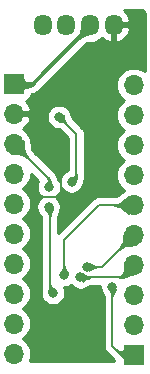
<source format=gbl>
G04 #@! TF.GenerationSoftware,KiCad,Pcbnew,(5.1.2)-1*
G04 #@! TF.CreationDate,2024-07-07T09:58:16+09:00*
G04 #@! TF.ProjectId,slg,736c672e-6b69-4636-9164-5f7063625858,v1.0*
G04 #@! TF.SameCoordinates,Original*
G04 #@! TF.FileFunction,Copper,L2,Bot*
G04 #@! TF.FilePolarity,Positive*
%FSLAX46Y46*%
G04 Gerber Fmt 4.6, Leading zero omitted, Abs format (unit mm)*
G04 Created by KiCad (PCBNEW (5.1.2)-1) date 2024-07-07 09:58:16*
%MOMM*%
%LPD*%
G04 APERTURE LIST*
%ADD10O,1.524000X1.800000*%
%ADD11O,1.700000X1.700000*%
%ADD12R,1.700000X1.700000*%
%ADD13C,0.800000*%
%ADD14C,0.200000*%
%ADD15C,0.350000*%
%ADD16C,0.254000*%
%ADD17C,0.025400*%
G04 APERTURE END LIST*
D10*
X150700000Y-74900000D03*
X148700000Y-74900000D03*
X146700000Y-74900000D03*
X144700000Y-74900000D03*
D11*
X142240000Y-102750000D03*
X142240000Y-100210000D03*
X142240000Y-97670000D03*
X142240000Y-95130000D03*
X142240000Y-92590000D03*
X142240000Y-90050000D03*
X142240000Y-87510000D03*
X142240000Y-84970000D03*
X142240000Y-82430000D03*
D12*
X142240000Y-79890000D03*
D11*
X152400000Y-80010000D03*
X152400000Y-82550000D03*
X152400000Y-85090000D03*
X152400000Y-87630000D03*
X152400000Y-90170000D03*
X152400000Y-92710000D03*
X152400000Y-95250000D03*
X152400000Y-97790000D03*
X152400000Y-100330000D03*
D12*
X152400000Y-102870000D03*
D13*
X149400000Y-101900000D03*
X149680000Y-84090000D03*
X145030000Y-99110000D03*
X145200000Y-90327800D03*
X145564980Y-97600000D03*
X146500000Y-96100000D03*
X148459970Y-95400000D03*
X147900000Y-96299994D03*
X150600000Y-97100000D03*
X145219990Y-88636965D03*
X147154034Y-88185966D03*
X146100000Y-82700000D03*
D14*
X142240000Y-82430000D02*
X143275200Y-82430000D01*
X147820000Y-101900000D02*
X149400000Y-101900000D01*
X146220000Y-85374800D02*
X146220000Y-89190000D01*
X143275200Y-82430000D02*
X146220000Y-85374800D01*
X145940000Y-89470000D02*
X144530000Y-89470000D01*
X146220000Y-89190000D02*
X145940000Y-89470000D01*
X144530000Y-89470000D02*
X144106150Y-89893850D01*
X144106150Y-89893850D02*
X144106150Y-98186150D01*
X150700000Y-76650000D02*
X150700000Y-74900000D01*
X143275200Y-82430000D02*
X144920000Y-82430000D01*
X144920000Y-82430000D02*
X150700000Y-76650000D01*
X144106150Y-98186150D02*
X145030000Y-99110000D01*
X145030000Y-99110000D02*
X147820000Y-101900000D01*
X145300000Y-97335020D02*
X145564980Y-97600000D01*
X145300000Y-90327800D02*
X145300000Y-97335020D01*
D15*
X143440000Y-79890000D02*
X142240000Y-79890000D01*
X143848000Y-79890000D02*
X143440000Y-79890000D01*
X148700000Y-75038000D02*
X143848000Y-79890000D01*
X148700000Y-74900000D02*
X148700000Y-75038000D01*
D14*
X146500000Y-96100000D02*
X146500000Y-93100000D01*
X149430000Y-90170000D02*
X152400000Y-90170000D01*
X146500000Y-93100000D02*
X149430000Y-90170000D01*
X149025655Y-95400000D02*
X148459970Y-95400000D01*
X149710000Y-95400000D02*
X149025655Y-95400000D01*
X152400000Y-92710000D02*
X149710000Y-95400000D01*
X148465685Y-96299994D02*
X147900000Y-96299994D01*
X152400000Y-95250000D02*
X151350006Y-96299994D01*
X151350006Y-96299994D02*
X148465685Y-96299994D01*
X151350000Y-102870000D02*
X152400000Y-102870000D01*
X150600000Y-102120000D02*
X151350000Y-102870000D01*
X150600000Y-97100000D02*
X150600000Y-102120000D01*
X142240000Y-84970000D02*
X145219990Y-87949990D01*
X145219990Y-87949990D02*
X145219990Y-88071280D01*
X145219990Y-88071280D02*
X145219990Y-88636965D01*
X147554033Y-87785967D02*
X147554033Y-84554033D01*
X147154034Y-88185966D02*
X147554033Y-87785967D01*
X147554033Y-84554033D02*
X147554033Y-84154033D01*
X147554033Y-84154033D02*
X146100000Y-82700000D01*
D16*
G36*
X144332616Y-88102063D02*
G01*
X144302785Y-88146709D01*
X144224764Y-88335067D01*
X144184990Y-88535026D01*
X144184990Y-88738904D01*
X144224764Y-88938863D01*
X144302785Y-89127221D01*
X144416053Y-89296739D01*
X144560216Y-89440902D01*
X144612301Y-89475704D01*
X144540226Y-89523863D01*
X144396063Y-89668026D01*
X144282795Y-89837544D01*
X144204774Y-90025902D01*
X144165000Y-90225861D01*
X144165000Y-90429739D01*
X144204774Y-90629698D01*
X144282795Y-90818056D01*
X144396063Y-90987574D01*
X144451049Y-91042560D01*
X144472542Y-91066475D01*
X144493681Y-91088878D01*
X144541086Y-91136738D01*
X144550464Y-91146012D01*
X144565000Y-91160090D01*
X144565001Y-96891692D01*
X144564122Y-96978780D01*
X144561926Y-97046646D01*
X144558776Y-97103366D01*
X144554844Y-97154891D01*
X144550074Y-97207920D01*
X144544991Y-97263037D01*
X144544424Y-97269546D01*
X144539661Y-97327731D01*
X144538749Y-97340437D01*
X144534827Y-97404007D01*
X144534051Y-97419762D01*
X144531440Y-97490719D01*
X144529980Y-97498061D01*
X144529980Y-97701939D01*
X144569754Y-97901898D01*
X144647775Y-98090256D01*
X144761043Y-98259774D01*
X144905206Y-98403937D01*
X145074724Y-98517205D01*
X145263082Y-98595226D01*
X145463041Y-98635000D01*
X145666919Y-98635000D01*
X145866878Y-98595226D01*
X146055236Y-98517205D01*
X146224754Y-98403937D01*
X146368917Y-98259774D01*
X146482185Y-98090256D01*
X146560206Y-97901898D01*
X146599980Y-97701939D01*
X146599980Y-97498061D01*
X146560206Y-97298102D01*
X146492646Y-97135000D01*
X146601939Y-97135000D01*
X146801898Y-97095226D01*
X146990256Y-97017205D01*
X147089937Y-96950600D01*
X147096063Y-96959768D01*
X147240226Y-97103931D01*
X147409744Y-97217199D01*
X147598102Y-97295220D01*
X147798061Y-97334994D01*
X148001939Y-97334994D01*
X148201898Y-97295220D01*
X148390256Y-97217199D01*
X148432834Y-97188749D01*
X148443762Y-97182971D01*
X148479739Y-97162418D01*
X148541170Y-97124614D01*
X148565080Y-97109150D01*
X148618709Y-97072735D01*
X148624631Y-97068665D01*
X148665385Y-97040313D01*
X148670901Y-97036734D01*
X148713082Y-97034994D01*
X149565000Y-97034994D01*
X149565000Y-97201939D01*
X149604774Y-97401898D01*
X149682795Y-97590256D01*
X149711751Y-97633592D01*
X149716991Y-97643470D01*
X149738502Y-97680893D01*
X149776060Y-97741375D01*
X149792528Y-97766544D01*
X149828843Y-97819277D01*
X149833706Y-97826238D01*
X149862231Y-97866496D01*
X149863517Y-97868435D01*
X149865000Y-97903448D01*
X149865001Y-102083885D01*
X149861444Y-102120000D01*
X149875635Y-102264085D01*
X149903677Y-102356524D01*
X149917664Y-102402633D01*
X149985914Y-102530320D01*
X150077763Y-102642238D01*
X150105808Y-102665254D01*
X150370160Y-102929607D01*
X150370163Y-102929610D01*
X150504856Y-103064599D01*
X150617466Y-103178012D01*
X150713577Y-103275305D01*
X150777195Y-103340000D01*
X143608461Y-103340000D01*
X143618599Y-103321034D01*
X143703513Y-103041111D01*
X143732185Y-102750000D01*
X143703513Y-102458889D01*
X143618599Y-102178966D01*
X143480706Y-101920986D01*
X143295134Y-101694866D01*
X143069014Y-101509294D01*
X143014209Y-101480000D01*
X143069014Y-101450706D01*
X143295134Y-101265134D01*
X143480706Y-101039014D01*
X143618599Y-100781034D01*
X143703513Y-100501111D01*
X143732185Y-100210000D01*
X143703513Y-99918889D01*
X143618599Y-99638966D01*
X143480706Y-99380986D01*
X143295134Y-99154866D01*
X143069014Y-98969294D01*
X143014209Y-98940000D01*
X143069014Y-98910706D01*
X143295134Y-98725134D01*
X143480706Y-98499014D01*
X143618599Y-98241034D01*
X143703513Y-97961111D01*
X143732185Y-97670000D01*
X143703513Y-97378889D01*
X143618599Y-97098966D01*
X143480706Y-96840986D01*
X143295134Y-96614866D01*
X143069014Y-96429294D01*
X143014209Y-96400000D01*
X143069014Y-96370706D01*
X143295134Y-96185134D01*
X143480706Y-95959014D01*
X143618599Y-95701034D01*
X143703513Y-95421111D01*
X143732185Y-95130000D01*
X143703513Y-94838889D01*
X143618599Y-94558966D01*
X143480706Y-94300986D01*
X143295134Y-94074866D01*
X143069014Y-93889294D01*
X143014209Y-93860000D01*
X143069014Y-93830706D01*
X143295134Y-93645134D01*
X143480706Y-93419014D01*
X143618599Y-93161034D01*
X143703513Y-92881111D01*
X143732185Y-92590000D01*
X143703513Y-92298889D01*
X143618599Y-92018966D01*
X143480706Y-91760986D01*
X143295134Y-91534866D01*
X143069014Y-91349294D01*
X143014209Y-91320000D01*
X143069014Y-91290706D01*
X143295134Y-91105134D01*
X143480706Y-90879014D01*
X143618599Y-90621034D01*
X143703513Y-90341111D01*
X143732185Y-90050000D01*
X143703513Y-89758889D01*
X143618599Y-89478966D01*
X143480706Y-89220986D01*
X143295134Y-88994866D01*
X143069014Y-88809294D01*
X143014209Y-88780000D01*
X143069014Y-88750706D01*
X143295134Y-88565134D01*
X143480706Y-88339014D01*
X143618599Y-88081034D01*
X143703513Y-87801111D01*
X143732185Y-87510000D01*
X143731271Y-87500717D01*
X144332616Y-88102063D01*
X144332616Y-88102063D01*
G37*
X144332616Y-88102063D02*
X144302785Y-88146709D01*
X144224764Y-88335067D01*
X144184990Y-88535026D01*
X144184990Y-88738904D01*
X144224764Y-88938863D01*
X144302785Y-89127221D01*
X144416053Y-89296739D01*
X144560216Y-89440902D01*
X144612301Y-89475704D01*
X144540226Y-89523863D01*
X144396063Y-89668026D01*
X144282795Y-89837544D01*
X144204774Y-90025902D01*
X144165000Y-90225861D01*
X144165000Y-90429739D01*
X144204774Y-90629698D01*
X144282795Y-90818056D01*
X144396063Y-90987574D01*
X144451049Y-91042560D01*
X144472542Y-91066475D01*
X144493681Y-91088878D01*
X144541086Y-91136738D01*
X144550464Y-91146012D01*
X144565000Y-91160090D01*
X144565001Y-96891692D01*
X144564122Y-96978780D01*
X144561926Y-97046646D01*
X144558776Y-97103366D01*
X144554844Y-97154891D01*
X144550074Y-97207920D01*
X144544991Y-97263037D01*
X144544424Y-97269546D01*
X144539661Y-97327731D01*
X144538749Y-97340437D01*
X144534827Y-97404007D01*
X144534051Y-97419762D01*
X144531440Y-97490719D01*
X144529980Y-97498061D01*
X144529980Y-97701939D01*
X144569754Y-97901898D01*
X144647775Y-98090256D01*
X144761043Y-98259774D01*
X144905206Y-98403937D01*
X145074724Y-98517205D01*
X145263082Y-98595226D01*
X145463041Y-98635000D01*
X145666919Y-98635000D01*
X145866878Y-98595226D01*
X146055236Y-98517205D01*
X146224754Y-98403937D01*
X146368917Y-98259774D01*
X146482185Y-98090256D01*
X146560206Y-97901898D01*
X146599980Y-97701939D01*
X146599980Y-97498061D01*
X146560206Y-97298102D01*
X146492646Y-97135000D01*
X146601939Y-97135000D01*
X146801898Y-97095226D01*
X146990256Y-97017205D01*
X147089937Y-96950600D01*
X147096063Y-96959768D01*
X147240226Y-97103931D01*
X147409744Y-97217199D01*
X147598102Y-97295220D01*
X147798061Y-97334994D01*
X148001939Y-97334994D01*
X148201898Y-97295220D01*
X148390256Y-97217199D01*
X148432834Y-97188749D01*
X148443762Y-97182971D01*
X148479739Y-97162418D01*
X148541170Y-97124614D01*
X148565080Y-97109150D01*
X148618709Y-97072735D01*
X148624631Y-97068665D01*
X148665385Y-97040313D01*
X148670901Y-97036734D01*
X148713082Y-97034994D01*
X149565000Y-97034994D01*
X149565000Y-97201939D01*
X149604774Y-97401898D01*
X149682795Y-97590256D01*
X149711751Y-97633592D01*
X149716991Y-97643470D01*
X149738502Y-97680893D01*
X149776060Y-97741375D01*
X149792528Y-97766544D01*
X149828843Y-97819277D01*
X149833706Y-97826238D01*
X149862231Y-97866496D01*
X149863517Y-97868435D01*
X149865000Y-97903448D01*
X149865001Y-102083885D01*
X149861444Y-102120000D01*
X149875635Y-102264085D01*
X149903677Y-102356524D01*
X149917664Y-102402633D01*
X149985914Y-102530320D01*
X150077763Y-102642238D01*
X150105808Y-102665254D01*
X150370160Y-102929607D01*
X150370163Y-102929610D01*
X150504856Y-103064599D01*
X150617466Y-103178012D01*
X150713577Y-103275305D01*
X150777195Y-103340000D01*
X143608461Y-103340000D01*
X143618599Y-103321034D01*
X143703513Y-103041111D01*
X143732185Y-102750000D01*
X143703513Y-102458889D01*
X143618599Y-102178966D01*
X143480706Y-101920986D01*
X143295134Y-101694866D01*
X143069014Y-101509294D01*
X143014209Y-101480000D01*
X143069014Y-101450706D01*
X143295134Y-101265134D01*
X143480706Y-101039014D01*
X143618599Y-100781034D01*
X143703513Y-100501111D01*
X143732185Y-100210000D01*
X143703513Y-99918889D01*
X143618599Y-99638966D01*
X143480706Y-99380986D01*
X143295134Y-99154866D01*
X143069014Y-98969294D01*
X143014209Y-98940000D01*
X143069014Y-98910706D01*
X143295134Y-98725134D01*
X143480706Y-98499014D01*
X143618599Y-98241034D01*
X143703513Y-97961111D01*
X143732185Y-97670000D01*
X143703513Y-97378889D01*
X143618599Y-97098966D01*
X143480706Y-96840986D01*
X143295134Y-96614866D01*
X143069014Y-96429294D01*
X143014209Y-96400000D01*
X143069014Y-96370706D01*
X143295134Y-96185134D01*
X143480706Y-95959014D01*
X143618599Y-95701034D01*
X143703513Y-95421111D01*
X143732185Y-95130000D01*
X143703513Y-94838889D01*
X143618599Y-94558966D01*
X143480706Y-94300986D01*
X143295134Y-94074866D01*
X143069014Y-93889294D01*
X143014209Y-93860000D01*
X143069014Y-93830706D01*
X143295134Y-93645134D01*
X143480706Y-93419014D01*
X143618599Y-93161034D01*
X143703513Y-92881111D01*
X143732185Y-92590000D01*
X143703513Y-92298889D01*
X143618599Y-92018966D01*
X143480706Y-91760986D01*
X143295134Y-91534866D01*
X143069014Y-91349294D01*
X143014209Y-91320000D01*
X143069014Y-91290706D01*
X143295134Y-91105134D01*
X143480706Y-90879014D01*
X143618599Y-90621034D01*
X143703513Y-90341111D01*
X143732185Y-90050000D01*
X143703513Y-89758889D01*
X143618599Y-89478966D01*
X143480706Y-89220986D01*
X143295134Y-88994866D01*
X143069014Y-88809294D01*
X143014209Y-88780000D01*
X143069014Y-88750706D01*
X143295134Y-88565134D01*
X143480706Y-88339014D01*
X143618599Y-88081034D01*
X143703513Y-87801111D01*
X143732185Y-87510000D01*
X143731271Y-87500717D01*
X144332616Y-88102063D01*
G36*
X153065424Y-73669580D02*
G01*
X153128356Y-73688580D01*
X153186405Y-73719445D01*
X153237343Y-73760989D01*
X153279248Y-73811644D01*
X153310515Y-73869471D01*
X153329956Y-73932272D01*
X153340000Y-74027835D01*
X153340000Y-78860378D01*
X153229014Y-78769294D01*
X152971034Y-78631401D01*
X152691111Y-78546487D01*
X152472950Y-78525000D01*
X152327050Y-78525000D01*
X152108889Y-78546487D01*
X151828966Y-78631401D01*
X151570986Y-78769294D01*
X151344866Y-78954866D01*
X151159294Y-79180986D01*
X151021401Y-79438966D01*
X150936487Y-79718889D01*
X150907815Y-80010000D01*
X150936487Y-80301111D01*
X151021401Y-80581034D01*
X151159294Y-80839014D01*
X151344866Y-81065134D01*
X151570986Y-81250706D01*
X151625791Y-81280000D01*
X151570986Y-81309294D01*
X151344866Y-81494866D01*
X151159294Y-81720986D01*
X151021401Y-81978966D01*
X150936487Y-82258889D01*
X150907815Y-82550000D01*
X150936487Y-82841111D01*
X151021401Y-83121034D01*
X151159294Y-83379014D01*
X151344866Y-83605134D01*
X151570986Y-83790706D01*
X151625791Y-83820000D01*
X151570986Y-83849294D01*
X151344866Y-84034866D01*
X151159294Y-84260986D01*
X151021401Y-84518966D01*
X150936487Y-84798889D01*
X150907815Y-85090000D01*
X150936487Y-85381111D01*
X151021401Y-85661034D01*
X151159294Y-85919014D01*
X151344866Y-86145134D01*
X151570986Y-86330706D01*
X151625791Y-86360000D01*
X151570986Y-86389294D01*
X151344866Y-86574866D01*
X151159294Y-86800986D01*
X151021401Y-87058966D01*
X150936487Y-87338889D01*
X150907815Y-87630000D01*
X150936487Y-87921111D01*
X151021401Y-88201034D01*
X151159294Y-88459014D01*
X151344866Y-88685134D01*
X151570986Y-88870706D01*
X151625791Y-88900000D01*
X151570986Y-88929294D01*
X151558540Y-88939508D01*
X151510149Y-88969283D01*
X151377716Y-89060084D01*
X151338485Y-89089265D01*
X151225805Y-89180020D01*
X151207336Y-89195481D01*
X151109959Y-89280196D01*
X151034586Y-89343760D01*
X150984987Y-89379581D01*
X150950066Y-89398553D01*
X150908406Y-89413335D01*
X150834225Y-89427303D01*
X150692745Y-89435000D01*
X149466105Y-89435000D01*
X149430000Y-89431444D01*
X149285915Y-89445635D01*
X149147366Y-89487663D01*
X149022941Y-89554170D01*
X149019680Y-89555913D01*
X148907762Y-89647762D01*
X148884746Y-89675807D01*
X146035000Y-92525554D01*
X146035000Y-91129320D01*
X146037273Y-91066748D01*
X146040662Y-91038792D01*
X146043573Y-91025466D01*
X146047320Y-91013686D01*
X146056767Y-90990183D01*
X146076469Y-90946246D01*
X146077173Y-90944669D01*
X146102718Y-90887284D01*
X146112663Y-90863674D01*
X146137782Y-90800503D01*
X146151851Y-90761448D01*
X146175380Y-90688767D01*
X146185273Y-90653725D01*
X146195226Y-90629698D01*
X146235000Y-90429739D01*
X146235000Y-90225861D01*
X146195226Y-90025902D01*
X146117205Y-89837544D01*
X146003937Y-89668026D01*
X145859774Y-89523863D01*
X145807689Y-89489061D01*
X145879764Y-89440902D01*
X146023927Y-89296739D01*
X146137195Y-89127221D01*
X146215216Y-88938863D01*
X146254990Y-88738904D01*
X146254990Y-88703402D01*
X146350097Y-88845740D01*
X146494260Y-88989903D01*
X146663778Y-89103171D01*
X146852136Y-89181192D01*
X147052095Y-89220966D01*
X147255973Y-89220966D01*
X147455932Y-89181192D01*
X147644290Y-89103171D01*
X147813808Y-88989903D01*
X147957971Y-88845740D01*
X148071239Y-88676222D01*
X148149260Y-88487864D01*
X148189034Y-88287905D01*
X148189034Y-88197514D01*
X148190490Y-88157629D01*
X148190965Y-88153547D01*
X148236370Y-88068600D01*
X148265649Y-87972081D01*
X148278398Y-87930053D01*
X148292589Y-87785968D01*
X148289033Y-87749863D01*
X148289033Y-84190129D01*
X148292588Y-84154032D01*
X148289033Y-84117935D01*
X148289033Y-84117929D01*
X148278398Y-84009948D01*
X148236370Y-83871400D01*
X148168120Y-83743713D01*
X148076271Y-83631795D01*
X148048226Y-83608779D01*
X147187850Y-82748404D01*
X147164136Y-82722591D01*
X147163676Y-82720324D01*
X147155378Y-82671676D01*
X147153895Y-82663318D01*
X147142286Y-82600352D01*
X147136133Y-82570906D01*
X147119923Y-82501581D01*
X147108675Y-82459917D01*
X147105395Y-82449226D01*
X147095226Y-82398102D01*
X147017205Y-82209744D01*
X146903937Y-82040226D01*
X146759774Y-81896063D01*
X146590256Y-81782795D01*
X146401898Y-81704774D01*
X146201939Y-81665000D01*
X145998061Y-81665000D01*
X145798102Y-81704774D01*
X145609744Y-81782795D01*
X145440226Y-81896063D01*
X145296063Y-82040226D01*
X145182795Y-82209744D01*
X145104774Y-82398102D01*
X145065000Y-82598061D01*
X145065000Y-82801939D01*
X145104774Y-83001898D01*
X145182795Y-83190256D01*
X145296063Y-83359774D01*
X145440226Y-83503937D01*
X145609744Y-83617205D01*
X145798102Y-83695226D01*
X145849226Y-83705395D01*
X145859917Y-83708675D01*
X145901581Y-83719923D01*
X145970906Y-83736133D01*
X146000352Y-83742286D01*
X146063318Y-83753895D01*
X146071676Y-83755378D01*
X146120324Y-83763676D01*
X146122591Y-83764136D01*
X146148404Y-83787850D01*
X146819033Y-84458480D01*
X146819033Y-84590137D01*
X146819034Y-84590147D01*
X146819033Y-87204452D01*
X146663778Y-87268761D01*
X146494260Y-87382029D01*
X146350097Y-87526192D01*
X146236829Y-87695710D01*
X146158808Y-87884068D01*
X146119034Y-88084027D01*
X146119034Y-88119529D01*
X146023927Y-87977191D01*
X145985059Y-87938323D01*
X145983870Y-87933576D01*
X145982000Y-87926294D01*
X145968123Y-87873536D01*
X145954543Y-87828700D01*
X145935837Y-87774265D01*
X145931730Y-87764285D01*
X145902327Y-87667357D01*
X145834077Y-87539670D01*
X145817504Y-87519477D01*
X145765243Y-87455796D01*
X145765240Y-87455793D01*
X145742227Y-87427752D01*
X145714187Y-87404740D01*
X143966931Y-85657484D01*
X143872339Y-85552009D01*
X143829753Y-85489664D01*
X143810755Y-85449771D01*
X143799475Y-85411652D01*
X143789733Y-85351256D01*
X143781373Y-85252900D01*
X143772427Y-85124252D01*
X143770301Y-85100261D01*
X143754798Y-84956410D01*
X143747691Y-84908034D01*
X143718253Y-84750185D01*
X143705092Y-84694920D01*
X143703513Y-84678889D01*
X143618599Y-84398966D01*
X143480706Y-84140986D01*
X143295134Y-83914866D01*
X143069014Y-83729294D01*
X143004477Y-83694799D01*
X143121355Y-83625178D01*
X143337588Y-83430269D01*
X143511641Y-83196920D01*
X143636825Y-82934099D01*
X143681476Y-82786890D01*
X143560155Y-82557000D01*
X142367000Y-82557000D01*
X142367000Y-82577000D01*
X142113000Y-82577000D01*
X142113000Y-82557000D01*
X142093000Y-82557000D01*
X142093000Y-82303000D01*
X142113000Y-82303000D01*
X142113000Y-82283000D01*
X142367000Y-82283000D01*
X142367000Y-82303000D01*
X143560155Y-82303000D01*
X143681476Y-82073110D01*
X143636825Y-81925901D01*
X143511641Y-81663080D01*
X143337588Y-81429731D01*
X143253534Y-81353966D01*
X143334180Y-81329502D01*
X143444494Y-81270537D01*
X143541185Y-81191185D01*
X143620537Y-81094494D01*
X143679502Y-80984180D01*
X143715812Y-80864482D01*
X143719095Y-80831144D01*
X143803723Y-80810099D01*
X143888005Y-80782771D01*
X144010654Y-80733303D01*
X144105013Y-80685767D01*
X144233348Y-80607092D01*
X144256792Y-80589945D01*
X144300189Y-80566749D01*
X144423528Y-80465528D01*
X144448900Y-80434612D01*
X148258097Y-76625415D01*
X148362369Y-76529308D01*
X148433552Y-76475416D01*
X148486952Y-76443678D01*
X148528761Y-76424893D01*
X148700000Y-76441759D01*
X148973860Y-76414786D01*
X149237195Y-76334904D01*
X149479887Y-76205183D01*
X149692608Y-76030608D01*
X149705961Y-76014337D01*
X149869670Y-76162135D01*
X150104932Y-76302524D01*
X150356930Y-76392220D01*
X150573000Y-76269720D01*
X150573000Y-75027000D01*
X150827000Y-75027000D01*
X150827000Y-76269720D01*
X151043070Y-76392220D01*
X151295068Y-76302524D01*
X151530330Y-76162135D01*
X151733683Y-75978546D01*
X151897312Y-75758812D01*
X152014929Y-75511378D01*
X152082014Y-75245752D01*
X151938749Y-75027000D01*
X150827000Y-75027000D01*
X150573000Y-75027000D01*
X150553000Y-75027000D01*
X150553000Y-74773000D01*
X150573000Y-74773000D01*
X150573000Y-74753000D01*
X150827000Y-74753000D01*
X150827000Y-74773000D01*
X151938749Y-74773000D01*
X152082014Y-74554248D01*
X152014929Y-74288622D01*
X151897312Y-74041188D01*
X151733683Y-73821454D01*
X151554848Y-73660000D01*
X152967721Y-73660000D01*
X153065424Y-73669580D01*
X153065424Y-73669580D01*
G37*
X153065424Y-73669580D02*
X153128356Y-73688580D01*
X153186405Y-73719445D01*
X153237343Y-73760989D01*
X153279248Y-73811644D01*
X153310515Y-73869471D01*
X153329956Y-73932272D01*
X153340000Y-74027835D01*
X153340000Y-78860378D01*
X153229014Y-78769294D01*
X152971034Y-78631401D01*
X152691111Y-78546487D01*
X152472950Y-78525000D01*
X152327050Y-78525000D01*
X152108889Y-78546487D01*
X151828966Y-78631401D01*
X151570986Y-78769294D01*
X151344866Y-78954866D01*
X151159294Y-79180986D01*
X151021401Y-79438966D01*
X150936487Y-79718889D01*
X150907815Y-80010000D01*
X150936487Y-80301111D01*
X151021401Y-80581034D01*
X151159294Y-80839014D01*
X151344866Y-81065134D01*
X151570986Y-81250706D01*
X151625791Y-81280000D01*
X151570986Y-81309294D01*
X151344866Y-81494866D01*
X151159294Y-81720986D01*
X151021401Y-81978966D01*
X150936487Y-82258889D01*
X150907815Y-82550000D01*
X150936487Y-82841111D01*
X151021401Y-83121034D01*
X151159294Y-83379014D01*
X151344866Y-83605134D01*
X151570986Y-83790706D01*
X151625791Y-83820000D01*
X151570986Y-83849294D01*
X151344866Y-84034866D01*
X151159294Y-84260986D01*
X151021401Y-84518966D01*
X150936487Y-84798889D01*
X150907815Y-85090000D01*
X150936487Y-85381111D01*
X151021401Y-85661034D01*
X151159294Y-85919014D01*
X151344866Y-86145134D01*
X151570986Y-86330706D01*
X151625791Y-86360000D01*
X151570986Y-86389294D01*
X151344866Y-86574866D01*
X151159294Y-86800986D01*
X151021401Y-87058966D01*
X150936487Y-87338889D01*
X150907815Y-87630000D01*
X150936487Y-87921111D01*
X151021401Y-88201034D01*
X151159294Y-88459014D01*
X151344866Y-88685134D01*
X151570986Y-88870706D01*
X151625791Y-88900000D01*
X151570986Y-88929294D01*
X151558540Y-88939508D01*
X151510149Y-88969283D01*
X151377716Y-89060084D01*
X151338485Y-89089265D01*
X151225805Y-89180020D01*
X151207336Y-89195481D01*
X151109959Y-89280196D01*
X151034586Y-89343760D01*
X150984987Y-89379581D01*
X150950066Y-89398553D01*
X150908406Y-89413335D01*
X150834225Y-89427303D01*
X150692745Y-89435000D01*
X149466105Y-89435000D01*
X149430000Y-89431444D01*
X149285915Y-89445635D01*
X149147366Y-89487663D01*
X149022941Y-89554170D01*
X149019680Y-89555913D01*
X148907762Y-89647762D01*
X148884746Y-89675807D01*
X146035000Y-92525554D01*
X146035000Y-91129320D01*
X146037273Y-91066748D01*
X146040662Y-91038792D01*
X146043573Y-91025466D01*
X146047320Y-91013686D01*
X146056767Y-90990183D01*
X146076469Y-90946246D01*
X146077173Y-90944669D01*
X146102718Y-90887284D01*
X146112663Y-90863674D01*
X146137782Y-90800503D01*
X146151851Y-90761448D01*
X146175380Y-90688767D01*
X146185273Y-90653725D01*
X146195226Y-90629698D01*
X146235000Y-90429739D01*
X146235000Y-90225861D01*
X146195226Y-90025902D01*
X146117205Y-89837544D01*
X146003937Y-89668026D01*
X145859774Y-89523863D01*
X145807689Y-89489061D01*
X145879764Y-89440902D01*
X146023927Y-89296739D01*
X146137195Y-89127221D01*
X146215216Y-88938863D01*
X146254990Y-88738904D01*
X146254990Y-88703402D01*
X146350097Y-88845740D01*
X146494260Y-88989903D01*
X146663778Y-89103171D01*
X146852136Y-89181192D01*
X147052095Y-89220966D01*
X147255973Y-89220966D01*
X147455932Y-89181192D01*
X147644290Y-89103171D01*
X147813808Y-88989903D01*
X147957971Y-88845740D01*
X148071239Y-88676222D01*
X148149260Y-88487864D01*
X148189034Y-88287905D01*
X148189034Y-88197514D01*
X148190490Y-88157629D01*
X148190965Y-88153547D01*
X148236370Y-88068600D01*
X148265649Y-87972081D01*
X148278398Y-87930053D01*
X148292589Y-87785968D01*
X148289033Y-87749863D01*
X148289033Y-84190129D01*
X148292588Y-84154032D01*
X148289033Y-84117935D01*
X148289033Y-84117929D01*
X148278398Y-84009948D01*
X148236370Y-83871400D01*
X148168120Y-83743713D01*
X148076271Y-83631795D01*
X148048226Y-83608779D01*
X147187850Y-82748404D01*
X147164136Y-82722591D01*
X147163676Y-82720324D01*
X147155378Y-82671676D01*
X147153895Y-82663318D01*
X147142286Y-82600352D01*
X147136133Y-82570906D01*
X147119923Y-82501581D01*
X147108675Y-82459917D01*
X147105395Y-82449226D01*
X147095226Y-82398102D01*
X147017205Y-82209744D01*
X146903937Y-82040226D01*
X146759774Y-81896063D01*
X146590256Y-81782795D01*
X146401898Y-81704774D01*
X146201939Y-81665000D01*
X145998061Y-81665000D01*
X145798102Y-81704774D01*
X145609744Y-81782795D01*
X145440226Y-81896063D01*
X145296063Y-82040226D01*
X145182795Y-82209744D01*
X145104774Y-82398102D01*
X145065000Y-82598061D01*
X145065000Y-82801939D01*
X145104774Y-83001898D01*
X145182795Y-83190256D01*
X145296063Y-83359774D01*
X145440226Y-83503937D01*
X145609744Y-83617205D01*
X145798102Y-83695226D01*
X145849226Y-83705395D01*
X145859917Y-83708675D01*
X145901581Y-83719923D01*
X145970906Y-83736133D01*
X146000352Y-83742286D01*
X146063318Y-83753895D01*
X146071676Y-83755378D01*
X146120324Y-83763676D01*
X146122591Y-83764136D01*
X146148404Y-83787850D01*
X146819033Y-84458480D01*
X146819033Y-84590137D01*
X146819034Y-84590147D01*
X146819033Y-87204452D01*
X146663778Y-87268761D01*
X146494260Y-87382029D01*
X146350097Y-87526192D01*
X146236829Y-87695710D01*
X146158808Y-87884068D01*
X146119034Y-88084027D01*
X146119034Y-88119529D01*
X146023927Y-87977191D01*
X145985059Y-87938323D01*
X145983870Y-87933576D01*
X145982000Y-87926294D01*
X145968123Y-87873536D01*
X145954543Y-87828700D01*
X145935837Y-87774265D01*
X145931730Y-87764285D01*
X145902327Y-87667357D01*
X145834077Y-87539670D01*
X145817504Y-87519477D01*
X145765243Y-87455796D01*
X145765240Y-87455793D01*
X145742227Y-87427752D01*
X145714187Y-87404740D01*
X143966931Y-85657484D01*
X143872339Y-85552009D01*
X143829753Y-85489664D01*
X143810755Y-85449771D01*
X143799475Y-85411652D01*
X143789733Y-85351256D01*
X143781373Y-85252900D01*
X143772427Y-85124252D01*
X143770301Y-85100261D01*
X143754798Y-84956410D01*
X143747691Y-84908034D01*
X143718253Y-84750185D01*
X143705092Y-84694920D01*
X143703513Y-84678889D01*
X143618599Y-84398966D01*
X143480706Y-84140986D01*
X143295134Y-83914866D01*
X143069014Y-83729294D01*
X143004477Y-83694799D01*
X143121355Y-83625178D01*
X143337588Y-83430269D01*
X143511641Y-83196920D01*
X143636825Y-82934099D01*
X143681476Y-82786890D01*
X143560155Y-82557000D01*
X142367000Y-82557000D01*
X142367000Y-82577000D01*
X142113000Y-82577000D01*
X142113000Y-82557000D01*
X142093000Y-82557000D01*
X142093000Y-82303000D01*
X142113000Y-82303000D01*
X142113000Y-82283000D01*
X142367000Y-82283000D01*
X142367000Y-82303000D01*
X143560155Y-82303000D01*
X143681476Y-82073110D01*
X143636825Y-81925901D01*
X143511641Y-81663080D01*
X143337588Y-81429731D01*
X143253534Y-81353966D01*
X143334180Y-81329502D01*
X143444494Y-81270537D01*
X143541185Y-81191185D01*
X143620537Y-81094494D01*
X143679502Y-80984180D01*
X143715812Y-80864482D01*
X143719095Y-80831144D01*
X143803723Y-80810099D01*
X143888005Y-80782771D01*
X144010654Y-80733303D01*
X144105013Y-80685767D01*
X144233348Y-80607092D01*
X144256792Y-80589945D01*
X144300189Y-80566749D01*
X144423528Y-80465528D01*
X144448900Y-80434612D01*
X148258097Y-76625415D01*
X148362369Y-76529308D01*
X148433552Y-76475416D01*
X148486952Y-76443678D01*
X148528761Y-76424893D01*
X148700000Y-76441759D01*
X148973860Y-76414786D01*
X149237195Y-76334904D01*
X149479887Y-76205183D01*
X149692608Y-76030608D01*
X149705961Y-76014337D01*
X149869670Y-76162135D01*
X150104932Y-76302524D01*
X150356930Y-76392220D01*
X150573000Y-76269720D01*
X150573000Y-75027000D01*
X150827000Y-75027000D01*
X150827000Y-76269720D01*
X151043070Y-76392220D01*
X151295068Y-76302524D01*
X151530330Y-76162135D01*
X151733683Y-75978546D01*
X151897312Y-75758812D01*
X152014929Y-75511378D01*
X152082014Y-75245752D01*
X151938749Y-75027000D01*
X150827000Y-75027000D01*
X150573000Y-75027000D01*
X150553000Y-75027000D01*
X150553000Y-74773000D01*
X150573000Y-74773000D01*
X150573000Y-74753000D01*
X150827000Y-74753000D01*
X150827000Y-74773000D01*
X151938749Y-74773000D01*
X152082014Y-74554248D01*
X152014929Y-74288622D01*
X151897312Y-74041188D01*
X151733683Y-73821454D01*
X151554848Y-73660000D01*
X152967721Y-73660000D01*
X153065424Y-73669580D01*
D17*
G36*
X145577517Y-90413237D02*
G01*
X145559019Y-90489730D01*
X145535761Y-90561575D01*
X145510892Y-90624117D01*
X145485467Y-90681233D01*
X145460659Y-90736557D01*
X145460463Y-90737016D01*
X145437557Y-90794002D01*
X145437239Y-90794889D01*
X145417398Y-90857263D01*
X145417093Y-90858403D01*
X145401479Y-90929888D01*
X145401278Y-90931070D01*
X145391057Y-91015391D01*
X145390973Y-91016458D01*
X145387753Y-91105100D01*
X145212121Y-91105100D01*
X145208767Y-91033297D01*
X145208615Y-91031843D01*
X145197243Y-90962204D01*
X145196826Y-90960449D01*
X145178577Y-90902292D01*
X145177836Y-90900448D01*
X145153286Y-90850981D01*
X145152339Y-90849380D01*
X145122066Y-90805815D01*
X145121192Y-90804696D01*
X145085771Y-90764242D01*
X145085212Y-90763643D01*
X145045220Y-90723511D01*
X145045059Y-90723353D01*
X145001166Y-90680842D01*
X144954076Y-90633300D01*
X144910138Y-90584411D01*
X145154876Y-90151816D01*
X145577517Y-90413237D01*
X145577517Y-90413237D01*
G37*
X145577517Y-90413237D02*
X145559019Y-90489730D01*
X145535761Y-90561575D01*
X145510892Y-90624117D01*
X145485467Y-90681233D01*
X145460659Y-90736557D01*
X145460463Y-90737016D01*
X145437557Y-90794002D01*
X145437239Y-90794889D01*
X145417398Y-90857263D01*
X145417093Y-90858403D01*
X145401479Y-90929888D01*
X145401278Y-90931070D01*
X145391057Y-91015391D01*
X145390973Y-91016458D01*
X145387753Y-91105100D01*
X145212121Y-91105100D01*
X145208767Y-91033297D01*
X145208615Y-91031843D01*
X145197243Y-90962204D01*
X145196826Y-90960449D01*
X145178577Y-90902292D01*
X145177836Y-90900448D01*
X145153286Y-90850981D01*
X145152339Y-90849380D01*
X145122066Y-90805815D01*
X145121192Y-90804696D01*
X145085771Y-90764242D01*
X145085212Y-90763643D01*
X145045220Y-90723511D01*
X145045059Y-90723353D01*
X145001166Y-90680842D01*
X144954076Y-90633300D01*
X144910138Y-90584411D01*
X145154876Y-90151816D01*
X145577517Y-90413237D01*
G36*
X145391333Y-96959794D02*
G01*
X145391605Y-96961731D01*
X145403281Y-97014765D01*
X145404021Y-97017061D01*
X145422843Y-97060731D01*
X145424145Y-97063049D01*
X145449589Y-97098940D01*
X145451245Y-97100842D01*
X145482787Y-97130537D01*
X145484381Y-97131813D01*
X145521499Y-97156897D01*
X145522724Y-97157628D01*
X145564895Y-97179684D01*
X145565653Y-97180049D01*
X145612354Y-97200661D01*
X145612672Y-97200796D01*
X145663323Y-97221525D01*
X145709244Y-97240572D01*
X145684275Y-97734396D01*
X145177792Y-97590439D01*
X145178657Y-97515760D01*
X145181306Y-97443754D01*
X145185211Y-97380459D01*
X145189965Y-97322390D01*
X145195136Y-97266322D01*
X145195139Y-97266294D01*
X145200321Y-97208684D01*
X145200335Y-97208512D01*
X145205098Y-97146092D01*
X145205115Y-97145830D01*
X145209037Y-97075201D01*
X145209050Y-97074908D01*
X145211712Y-96992672D01*
X145211718Y-96992389D01*
X145212572Y-96907720D01*
X145388071Y-96907720D01*
X145391333Y-96959794D01*
X145391333Y-96959794D01*
G37*
X145391333Y-96959794D02*
X145391605Y-96961731D01*
X145403281Y-97014765D01*
X145404021Y-97017061D01*
X145422843Y-97060731D01*
X145424145Y-97063049D01*
X145449589Y-97098940D01*
X145451245Y-97100842D01*
X145482787Y-97130537D01*
X145484381Y-97131813D01*
X145521499Y-97156897D01*
X145522724Y-97157628D01*
X145564895Y-97179684D01*
X145565653Y-97180049D01*
X145612354Y-97200661D01*
X145612672Y-97200796D01*
X145663323Y-97221525D01*
X145709244Y-97240572D01*
X145684275Y-97734396D01*
X145177792Y-97590439D01*
X145178657Y-97515760D01*
X145181306Y-97443754D01*
X145185211Y-97380459D01*
X145189965Y-97322390D01*
X145195136Y-97266322D01*
X145195139Y-97266294D01*
X145200321Y-97208684D01*
X145200335Y-97208512D01*
X145205098Y-97146092D01*
X145205115Y-97145830D01*
X145209037Y-97075201D01*
X145209050Y-97074908D01*
X145211712Y-96992672D01*
X145211718Y-96992389D01*
X145212572Y-96907720D01*
X145388071Y-96907720D01*
X145391333Y-96959794D01*
G36*
X142748914Y-79224706D02*
G01*
X142878052Y-79334719D01*
X142995775Y-79456048D01*
X143105351Y-79577897D01*
X143105540Y-79578103D01*
X143210227Y-79689492D01*
X143211132Y-79690364D01*
X143314253Y-79780338D01*
X143316480Y-79781895D01*
X143421530Y-79839689D01*
X143423819Y-79840670D01*
X143425960Y-79841149D01*
X143536432Y-79855996D01*
X143538920Y-79856084D01*
X143542055Y-79855485D01*
X143661443Y-79816620D01*
X143663724Y-79815621D01*
X143665348Y-79814538D01*
X143788290Y-79718142D01*
X144018162Y-79948014D01*
X143893945Y-80055438D01*
X143767397Y-80133018D01*
X143646560Y-80181755D01*
X143529655Y-80210826D01*
X143415099Y-80229228D01*
X143301685Y-80245974D01*
X143300886Y-80246118D01*
X143187872Y-80270269D01*
X143186252Y-80270730D01*
X143072371Y-80311429D01*
X143070338Y-80312365D01*
X142954279Y-80378765D01*
X142952378Y-80380097D01*
X142839697Y-80475535D01*
X141835897Y-79887523D01*
X142612237Y-79140955D01*
X142748914Y-79224706D01*
X142748914Y-79224706D01*
G37*
X142748914Y-79224706D02*
X142878052Y-79334719D01*
X142995775Y-79456048D01*
X143105351Y-79577897D01*
X143105540Y-79578103D01*
X143210227Y-79689492D01*
X143211132Y-79690364D01*
X143314253Y-79780338D01*
X143316480Y-79781895D01*
X143421530Y-79839689D01*
X143423819Y-79840670D01*
X143425960Y-79841149D01*
X143536432Y-79855996D01*
X143538920Y-79856084D01*
X143542055Y-79855485D01*
X143661443Y-79816620D01*
X143663724Y-79815621D01*
X143665348Y-79814538D01*
X143788290Y-79718142D01*
X144018162Y-79948014D01*
X143893945Y-80055438D01*
X143767397Y-80133018D01*
X143646560Y-80181755D01*
X143529655Y-80210826D01*
X143415099Y-80229228D01*
X143301685Y-80245974D01*
X143300886Y-80246118D01*
X143187872Y-80270269D01*
X143186252Y-80270730D01*
X143072371Y-80311429D01*
X143070338Y-80312365D01*
X142954279Y-80378765D01*
X142952378Y-80380097D01*
X142839697Y-80475535D01*
X141835897Y-79887523D01*
X142612237Y-79140955D01*
X142748914Y-79224706D01*
G36*
X149026351Y-75574163D02*
G01*
X148885740Y-75637534D01*
X148752391Y-75685747D01*
X148630571Y-75721588D01*
X148516768Y-75751356D01*
X148516618Y-75751397D01*
X148407538Y-75781361D01*
X148406829Y-75781578D01*
X148299206Y-75818023D01*
X148298074Y-75818468D01*
X148188451Y-75867722D01*
X148187167Y-75868389D01*
X148072090Y-75936786D01*
X148070913Y-75937578D01*
X147946925Y-76031449D01*
X147945984Y-76032236D01*
X147818598Y-76149648D01*
X147588310Y-75919360D01*
X147694146Y-75803364D01*
X147695044Y-75802261D01*
X147778232Y-75687587D01*
X147779149Y-75686123D01*
X147836764Y-75578489D01*
X147837519Y-75576789D01*
X147874816Y-75472955D01*
X147875280Y-75471335D01*
X147897512Y-75368059D01*
X147897710Y-75366865D01*
X147910130Y-75260906D01*
X147910185Y-75260317D01*
X147918047Y-75148434D01*
X147918046Y-75148434D01*
X147926586Y-75027646D01*
X147941027Y-74894795D01*
X147965108Y-74755145D01*
X148921589Y-74612888D01*
X149026351Y-75574163D01*
X149026351Y-75574163D01*
G37*
X149026351Y-75574163D02*
X148885740Y-75637534D01*
X148752391Y-75685747D01*
X148630571Y-75721588D01*
X148516768Y-75751356D01*
X148516618Y-75751397D01*
X148407538Y-75781361D01*
X148406829Y-75781578D01*
X148299206Y-75818023D01*
X148298074Y-75818468D01*
X148188451Y-75867722D01*
X148187167Y-75868389D01*
X148072090Y-75936786D01*
X148070913Y-75937578D01*
X147946925Y-76031449D01*
X147945984Y-76032236D01*
X147818598Y-76149648D01*
X147588310Y-75919360D01*
X147694146Y-75803364D01*
X147695044Y-75802261D01*
X147778232Y-75687587D01*
X147779149Y-75686123D01*
X147836764Y-75578489D01*
X147837519Y-75576789D01*
X147874816Y-75472955D01*
X147875280Y-75471335D01*
X147897512Y-75368059D01*
X147897710Y-75366865D01*
X147910130Y-75260906D01*
X147910185Y-75260317D01*
X147918047Y-75148434D01*
X147918046Y-75148434D01*
X147926586Y-75027646D01*
X147941027Y-74894795D01*
X147965108Y-74755145D01*
X148921589Y-74612888D01*
X149026351Y-75574163D01*
G36*
X146591182Y-95401935D02*
G01*
X146591303Y-95403227D01*
X146602353Y-95479147D01*
X146602668Y-95480658D01*
X146620049Y-95544418D01*
X146620577Y-95545959D01*
X146643440Y-95600876D01*
X146644069Y-95602172D01*
X146671567Y-95651566D01*
X146672078Y-95652407D01*
X146703363Y-95699596D01*
X146703586Y-95699920D01*
X146737712Y-95748082D01*
X146773858Y-95800569D01*
X146811032Y-95860433D01*
X146844471Y-95923471D01*
X146500000Y-96281678D01*
X146155529Y-95923471D01*
X146188967Y-95860433D01*
X146226141Y-95800569D01*
X146262287Y-95748082D01*
X146296413Y-95699920D01*
X146296636Y-95699596D01*
X146327921Y-95652407D01*
X146328432Y-95651566D01*
X146355930Y-95602172D01*
X146356559Y-95600876D01*
X146379422Y-95545959D01*
X146379950Y-95544418D01*
X146397331Y-95480658D01*
X146397646Y-95479147D01*
X146408696Y-95403227D01*
X146408817Y-95401936D01*
X146412174Y-95322700D01*
X146587826Y-95322700D01*
X146591182Y-95401935D01*
X146591182Y-95401935D01*
G37*
X146591182Y-95401935D02*
X146591303Y-95403227D01*
X146602353Y-95479147D01*
X146602668Y-95480658D01*
X146620049Y-95544418D01*
X146620577Y-95545959D01*
X146643440Y-95600876D01*
X146644069Y-95602172D01*
X146671567Y-95651566D01*
X146672078Y-95652407D01*
X146703363Y-95699596D01*
X146703586Y-95699920D01*
X146737712Y-95748082D01*
X146773858Y-95800569D01*
X146811032Y-95860433D01*
X146844471Y-95923471D01*
X146500000Y-96281678D01*
X146155529Y-95923471D01*
X146188967Y-95860433D01*
X146226141Y-95800569D01*
X146262287Y-95748082D01*
X146296413Y-95699920D01*
X146296636Y-95699596D01*
X146327921Y-95652407D01*
X146328432Y-95651566D01*
X146355930Y-95602172D01*
X146356559Y-95600876D01*
X146379422Y-95545959D01*
X146379950Y-95544418D01*
X146397331Y-95480658D01*
X146397646Y-95479147D01*
X146408696Y-95403227D01*
X146408817Y-95401936D01*
X146412174Y-95322700D01*
X146587826Y-95322700D01*
X146591182Y-95401935D01*
G36*
X152806678Y-90170000D02*
G01*
X152027422Y-90919373D01*
X151875894Y-90836164D01*
X151744385Y-90745996D01*
X151632285Y-90655708D01*
X151531451Y-90567986D01*
X151531303Y-90567860D01*
X151433898Y-90485715D01*
X151433146Y-90485127D01*
X151331265Y-90411549D01*
X151329892Y-90410686D01*
X151215456Y-90348514D01*
X151213640Y-90347704D01*
X151078574Y-90299779D01*
X151076677Y-90299267D01*
X150912905Y-90268429D01*
X150911245Y-90268229D01*
X150722700Y-90257972D01*
X150722700Y-90082028D01*
X150911245Y-90071770D01*
X150912905Y-90071570D01*
X151076677Y-90040732D01*
X151078574Y-90040220D01*
X151213640Y-89992295D01*
X151215456Y-89991485D01*
X151329892Y-89929313D01*
X151331265Y-89928450D01*
X151433146Y-89854872D01*
X151433898Y-89854284D01*
X151531303Y-89772139D01*
X151531451Y-89772013D01*
X151632285Y-89684291D01*
X151744385Y-89594003D01*
X151875894Y-89503836D01*
X152027422Y-89420627D01*
X152806678Y-90170000D01*
X152806678Y-90170000D01*
G37*
X152806678Y-90170000D02*
X152027422Y-90919373D01*
X151875894Y-90836164D01*
X151744385Y-90745996D01*
X151632285Y-90655708D01*
X151531451Y-90567986D01*
X151531303Y-90567860D01*
X151433898Y-90485715D01*
X151433146Y-90485127D01*
X151331265Y-90411549D01*
X151329892Y-90410686D01*
X151215456Y-90348514D01*
X151213640Y-90347704D01*
X151078574Y-90299779D01*
X151076677Y-90299267D01*
X150912905Y-90268429D01*
X150911245Y-90268229D01*
X150722700Y-90257972D01*
X150722700Y-90082028D01*
X150911245Y-90071770D01*
X150912905Y-90071570D01*
X151076677Y-90040732D01*
X151078574Y-90040220D01*
X151213640Y-89992295D01*
X151215456Y-89991485D01*
X151329892Y-89929313D01*
X151331265Y-89928450D01*
X151433146Y-89854872D01*
X151433898Y-89854284D01*
X151531303Y-89772139D01*
X151531451Y-89772013D01*
X151632285Y-89684291D01*
X151744385Y-89594003D01*
X151875894Y-89503836D01*
X152027422Y-89420627D01*
X152806678Y-90170000D01*
G36*
X148700599Y-95089408D02*
G01*
X148761435Y-95126846D01*
X148814784Y-95163071D01*
X148863884Y-95197229D01*
X148864224Y-95197458D01*
X148912286Y-95228643D01*
X148913133Y-95229146D01*
X148963431Y-95256493D01*
X148964719Y-95257103D01*
X149020599Y-95279793D01*
X149022116Y-95280300D01*
X149086924Y-95297519D01*
X149088402Y-95297819D01*
X149165484Y-95308749D01*
X149166743Y-95308864D01*
X149247270Y-95312187D01*
X149247270Y-95487813D01*
X149166744Y-95491135D01*
X149165484Y-95491250D01*
X149088402Y-95502180D01*
X149086924Y-95502480D01*
X149022116Y-95519699D01*
X149020599Y-95520206D01*
X148964719Y-95542896D01*
X148963431Y-95543506D01*
X148913133Y-95570853D01*
X148912286Y-95571356D01*
X148864224Y-95602541D01*
X148863884Y-95602770D01*
X148814784Y-95636928D01*
X148761435Y-95673153D01*
X148700605Y-95710587D01*
X148636508Y-95744480D01*
X148278292Y-95400000D01*
X148636508Y-95055520D01*
X148700599Y-95089408D01*
X148700599Y-95089408D01*
G37*
X148700599Y-95089408D02*
X148761435Y-95126846D01*
X148814784Y-95163071D01*
X148863884Y-95197229D01*
X148864224Y-95197458D01*
X148912286Y-95228643D01*
X148913133Y-95229146D01*
X148963431Y-95256493D01*
X148964719Y-95257103D01*
X149020599Y-95279793D01*
X149022116Y-95280300D01*
X149086924Y-95297519D01*
X149088402Y-95297819D01*
X149165484Y-95308749D01*
X149166743Y-95308864D01*
X149247270Y-95312187D01*
X149247270Y-95487813D01*
X149166744Y-95491135D01*
X149165484Y-95491250D01*
X149088402Y-95502180D01*
X149086924Y-95502480D01*
X149022116Y-95519699D01*
X149020599Y-95520206D01*
X148964719Y-95542896D01*
X148963431Y-95543506D01*
X148913133Y-95570853D01*
X148912286Y-95571356D01*
X148864224Y-95602541D01*
X148863884Y-95602770D01*
X148814784Y-95636928D01*
X148761435Y-95673153D01*
X148700605Y-95710587D01*
X148636508Y-95744480D01*
X148278292Y-95400000D01*
X148636508Y-95055520D01*
X148700599Y-95089408D01*
G36*
X152666434Y-93503340D02*
G01*
X152500453Y-93551646D01*
X152343700Y-93580879D01*
X152200562Y-93596306D01*
X152067262Y-93605575D01*
X152067067Y-93605590D01*
X151940107Y-93616381D01*
X151939161Y-93616497D01*
X151815092Y-93636510D01*
X151813510Y-93636870D01*
X151688629Y-93673826D01*
X151686773Y-93674538D01*
X151557380Y-93736156D01*
X151555677Y-93737135D01*
X151418066Y-93831133D01*
X151416750Y-93832165D01*
X151276176Y-93958235D01*
X151151765Y-93833824D01*
X151277834Y-93693249D01*
X151278866Y-93691933D01*
X151372864Y-93554322D01*
X151373843Y-93552619D01*
X151435461Y-93423226D01*
X151436173Y-93421370D01*
X151473129Y-93296489D01*
X151473489Y-93294907D01*
X151493502Y-93170838D01*
X151493618Y-93169892D01*
X151504409Y-93042932D01*
X151504424Y-93042737D01*
X151513693Y-92909437D01*
X151529120Y-92766299D01*
X151558353Y-92609546D01*
X151606660Y-92443566D01*
X152687564Y-92422436D01*
X152666434Y-93503340D01*
X152666434Y-93503340D01*
G37*
X152666434Y-93503340D02*
X152500453Y-93551646D01*
X152343700Y-93580879D01*
X152200562Y-93596306D01*
X152067262Y-93605575D01*
X152067067Y-93605590D01*
X151940107Y-93616381D01*
X151939161Y-93616497D01*
X151815092Y-93636510D01*
X151813510Y-93636870D01*
X151688629Y-93673826D01*
X151686773Y-93674538D01*
X151557380Y-93736156D01*
X151555677Y-93737135D01*
X151418066Y-93831133D01*
X151416750Y-93832165D01*
X151276176Y-93958235D01*
X151151765Y-93833824D01*
X151277834Y-93693249D01*
X151278866Y-93691933D01*
X151372864Y-93554322D01*
X151373843Y-93552619D01*
X151435461Y-93423226D01*
X151436173Y-93421370D01*
X151473129Y-93296489D01*
X151473489Y-93294907D01*
X151493502Y-93170838D01*
X151493618Y-93169892D01*
X151504409Y-93042932D01*
X151504424Y-93042737D01*
X151513693Y-92909437D01*
X151529120Y-92766299D01*
X151558353Y-92609546D01*
X151606660Y-92443566D01*
X152687564Y-92422436D01*
X152666434Y-93503340D01*
G36*
X148140629Y-95989402D02*
G01*
X148201465Y-96026840D01*
X148254814Y-96063065D01*
X148303914Y-96097223D01*
X148304254Y-96097452D01*
X148352316Y-96128637D01*
X148353163Y-96129140D01*
X148403461Y-96156487D01*
X148404749Y-96157097D01*
X148460629Y-96179787D01*
X148462146Y-96180294D01*
X148526954Y-96197513D01*
X148528432Y-96197813D01*
X148605514Y-96208743D01*
X148606773Y-96208858D01*
X148687300Y-96212181D01*
X148687300Y-96387807D01*
X148606774Y-96391129D01*
X148605514Y-96391244D01*
X148528432Y-96402174D01*
X148526954Y-96402474D01*
X148462146Y-96419693D01*
X148460629Y-96420200D01*
X148404749Y-96442890D01*
X148403461Y-96443500D01*
X148353163Y-96470847D01*
X148352316Y-96471350D01*
X148304254Y-96502535D01*
X148303914Y-96502764D01*
X148254814Y-96536922D01*
X148201465Y-96573147D01*
X148140635Y-96610581D01*
X148076538Y-96644474D01*
X147718322Y-96299994D01*
X148076538Y-95955514D01*
X148140629Y-95989402D01*
X148140629Y-95989402D01*
G37*
X148140629Y-95989402D02*
X148201465Y-96026840D01*
X148254814Y-96063065D01*
X148303914Y-96097223D01*
X148304254Y-96097452D01*
X148352316Y-96128637D01*
X148353163Y-96129140D01*
X148403461Y-96156487D01*
X148404749Y-96157097D01*
X148460629Y-96179787D01*
X148462146Y-96180294D01*
X148526954Y-96197513D01*
X148528432Y-96197813D01*
X148605514Y-96208743D01*
X148606773Y-96208858D01*
X148687300Y-96212181D01*
X148687300Y-96387807D01*
X148606774Y-96391129D01*
X148605514Y-96391244D01*
X148528432Y-96402174D01*
X148526954Y-96402474D01*
X148462146Y-96419693D01*
X148460629Y-96420200D01*
X148404749Y-96442890D01*
X148403461Y-96443500D01*
X148353163Y-96470847D01*
X148352316Y-96471350D01*
X148304254Y-96502535D01*
X148303914Y-96502764D01*
X148254814Y-96536922D01*
X148201465Y-96573147D01*
X148140635Y-96610581D01*
X148076538Y-96644474D01*
X147718322Y-96299994D01*
X148076538Y-95955514D01*
X148140629Y-95989402D01*
G36*
X152390057Y-96087811D02*
G01*
X152241389Y-96095717D01*
X152239910Y-96095883D01*
X152107347Y-96118683D01*
X152105912Y-96119016D01*
X151991825Y-96152615D01*
X151990716Y-96152998D01*
X151888211Y-96193797D01*
X151887659Y-96194033D01*
X151789937Y-96238389D01*
X151690256Y-96282633D01*
X151582047Y-96323086D01*
X151458162Y-96356348D01*
X151311482Y-96378940D01*
X151147622Y-96386680D01*
X151147622Y-96211295D01*
X151303705Y-96193043D01*
X151306138Y-96192513D01*
X151307766Y-96191859D01*
X151422273Y-96136399D01*
X151424396Y-96135099D01*
X151426531Y-96133054D01*
X151497947Y-96046548D01*
X151499336Y-96044482D01*
X151500186Y-96042524D01*
X151538219Y-95929822D01*
X151538814Y-95927114D01*
X151553174Y-95793067D01*
X151553246Y-95791747D01*
X151553642Y-95641205D01*
X151553638Y-95640870D01*
X151549785Y-95478892D01*
X151551374Y-95310682D01*
X151567990Y-95141234D01*
X151607061Y-94983559D01*
X152683991Y-94962506D01*
X152390057Y-96087811D01*
X152390057Y-96087811D01*
G37*
X152390057Y-96087811D02*
X152241389Y-96095717D01*
X152239910Y-96095883D01*
X152107347Y-96118683D01*
X152105912Y-96119016D01*
X151991825Y-96152615D01*
X151990716Y-96152998D01*
X151888211Y-96193797D01*
X151887659Y-96194033D01*
X151789937Y-96238389D01*
X151690256Y-96282633D01*
X151582047Y-96323086D01*
X151458162Y-96356348D01*
X151311482Y-96378940D01*
X151147622Y-96386680D01*
X151147622Y-96211295D01*
X151303705Y-96193043D01*
X151306138Y-96192513D01*
X151307766Y-96191859D01*
X151422273Y-96136399D01*
X151424396Y-96135099D01*
X151426531Y-96133054D01*
X151497947Y-96046548D01*
X151499336Y-96044482D01*
X151500186Y-96042524D01*
X151538219Y-95929822D01*
X151538814Y-95927114D01*
X151553174Y-95793067D01*
X151553246Y-95791747D01*
X151553642Y-95641205D01*
X151553638Y-95640870D01*
X151549785Y-95478892D01*
X151551374Y-95310682D01*
X151567990Y-95141234D01*
X151607061Y-94983559D01*
X152683991Y-94962506D01*
X152390057Y-96087811D01*
G36*
X152804103Y-102867523D02*
G01*
X151801015Y-103455118D01*
X151687773Y-103341595D01*
X151687774Y-103341594D01*
X151585768Y-103238779D01*
X151497015Y-103148833D01*
X151416520Y-103066888D01*
X151339309Y-102988100D01*
X151339307Y-102988098D01*
X151260412Y-102907625D01*
X151260398Y-102907611D01*
X151174860Y-102820625D01*
X151174840Y-102820605D01*
X151077694Y-102722265D01*
X151077671Y-102722242D01*
X150963949Y-102607709D01*
X150963927Y-102607687D01*
X150837620Y-102481102D01*
X150961885Y-102356837D01*
X151065087Y-102442554D01*
X151067654Y-102444208D01*
X151173267Y-102495490D01*
X151175602Y-102496353D01*
X151176900Y-102496621D01*
X151278016Y-102512040D01*
X151280502Y-102512172D01*
X151281774Y-102512050D01*
X151380387Y-102497582D01*
X151383170Y-102496844D01*
X151481277Y-102458459D01*
X151482902Y-102457687D01*
X151582501Y-102401358D01*
X151583263Y-102400890D01*
X151686350Y-102332590D01*
X151686508Y-102332484D01*
X151794917Y-102258296D01*
X151910431Y-102184317D01*
X152027398Y-102120604D01*
X152804103Y-102867523D01*
X152804103Y-102867523D01*
G37*
X152804103Y-102867523D02*
X151801015Y-103455118D01*
X151687773Y-103341595D01*
X151687774Y-103341594D01*
X151585768Y-103238779D01*
X151497015Y-103148833D01*
X151416520Y-103066888D01*
X151339309Y-102988100D01*
X151339307Y-102988098D01*
X151260412Y-102907625D01*
X151260398Y-102907611D01*
X151174860Y-102820625D01*
X151174840Y-102820605D01*
X151077694Y-102722265D01*
X151077671Y-102722242D01*
X150963949Y-102607709D01*
X150963927Y-102607687D01*
X150837620Y-102481102D01*
X150961885Y-102356837D01*
X151065087Y-102442554D01*
X151067654Y-102444208D01*
X151173267Y-102495490D01*
X151175602Y-102496353D01*
X151176900Y-102496621D01*
X151278016Y-102512040D01*
X151280502Y-102512172D01*
X151281774Y-102512050D01*
X151380387Y-102497582D01*
X151383170Y-102496844D01*
X151481277Y-102458459D01*
X151482902Y-102457687D01*
X151582501Y-102401358D01*
X151583263Y-102400890D01*
X151686350Y-102332590D01*
X151686508Y-102332484D01*
X151794917Y-102258296D01*
X151910431Y-102184317D01*
X152027398Y-102120604D01*
X152804103Y-102867523D01*
G36*
X150944471Y-97276529D02*
G01*
X150911032Y-97339566D01*
X150873858Y-97399430D01*
X150837729Y-97451892D01*
X150803586Y-97500079D01*
X150803363Y-97500403D01*
X150772078Y-97547592D01*
X150771567Y-97548433D01*
X150744069Y-97597827D01*
X150743440Y-97599123D01*
X150720577Y-97654040D01*
X150720049Y-97655581D01*
X150702668Y-97719341D01*
X150702353Y-97720852D01*
X150691303Y-97796772D01*
X150691182Y-97798064D01*
X150687826Y-97877300D01*
X150512174Y-97877300D01*
X150508817Y-97798063D01*
X150508696Y-97796772D01*
X150497646Y-97720852D01*
X150497331Y-97719341D01*
X150479950Y-97655581D01*
X150479422Y-97654040D01*
X150456559Y-97599123D01*
X150455930Y-97597827D01*
X150428432Y-97548433D01*
X150427921Y-97547592D01*
X150396636Y-97500403D01*
X150396413Y-97500079D01*
X150362270Y-97451892D01*
X150326141Y-97399430D01*
X150288967Y-97339566D01*
X150255529Y-97276529D01*
X150600000Y-96918322D01*
X150944471Y-97276529D01*
X150944471Y-97276529D01*
G37*
X150944471Y-97276529D02*
X150911032Y-97339566D01*
X150873858Y-97399430D01*
X150837729Y-97451892D01*
X150803586Y-97500079D01*
X150803363Y-97500403D01*
X150772078Y-97547592D01*
X150771567Y-97548433D01*
X150744069Y-97597827D01*
X150743440Y-97599123D01*
X150720577Y-97654040D01*
X150720049Y-97655581D01*
X150702668Y-97719341D01*
X150702353Y-97720852D01*
X150691303Y-97796772D01*
X150691182Y-97798064D01*
X150687826Y-97877300D01*
X150512174Y-97877300D01*
X150508817Y-97798063D01*
X150508696Y-97796772D01*
X150497646Y-97720852D01*
X150497331Y-97719341D01*
X150479950Y-97655581D01*
X150479422Y-97654040D01*
X150456559Y-97599123D01*
X150455930Y-97597827D01*
X150428432Y-97548433D01*
X150427921Y-97547592D01*
X150396636Y-97500403D01*
X150396413Y-97500079D01*
X150362270Y-97451892D01*
X150326141Y-97399430D01*
X150288967Y-97339566D01*
X150255529Y-97276529D01*
X150600000Y-96918322D01*
X150944471Y-97276529D01*
G36*
X143033340Y-84703566D02*
G01*
X143081646Y-84869546D01*
X143110879Y-85026299D01*
X143126306Y-85169437D01*
X143135575Y-85302737D01*
X143135590Y-85302932D01*
X143146381Y-85429892D01*
X143146497Y-85430838D01*
X143166510Y-85554907D01*
X143166870Y-85556489D01*
X143203826Y-85681370D01*
X143204538Y-85683226D01*
X143266156Y-85812619D01*
X143267135Y-85814322D01*
X143361133Y-85951933D01*
X143362165Y-85953249D01*
X143488235Y-86093824D01*
X143363824Y-86218235D01*
X143223249Y-86092165D01*
X143221933Y-86091133D01*
X143084322Y-85997135D01*
X143082619Y-85996156D01*
X142953226Y-85934538D01*
X142951370Y-85933826D01*
X142826489Y-85896870D01*
X142824907Y-85896510D01*
X142700838Y-85876497D01*
X142699892Y-85876381D01*
X142572932Y-85865590D01*
X142572737Y-85865575D01*
X142439437Y-85856306D01*
X142296299Y-85840879D01*
X142139546Y-85811646D01*
X141973566Y-85763340D01*
X141952436Y-84682436D01*
X143033340Y-84703566D01*
X143033340Y-84703566D01*
G37*
X143033340Y-84703566D02*
X143081646Y-84869546D01*
X143110879Y-85026299D01*
X143126306Y-85169437D01*
X143135575Y-85302737D01*
X143135590Y-85302932D01*
X143146381Y-85429892D01*
X143146497Y-85430838D01*
X143166510Y-85554907D01*
X143166870Y-85556489D01*
X143203826Y-85681370D01*
X143204538Y-85683226D01*
X143266156Y-85812619D01*
X143267135Y-85814322D01*
X143361133Y-85951933D01*
X143362165Y-85953249D01*
X143488235Y-86093824D01*
X143363824Y-86218235D01*
X143223249Y-86092165D01*
X143221933Y-86091133D01*
X143084322Y-85997135D01*
X143082619Y-85996156D01*
X142953226Y-85934538D01*
X142951370Y-85933826D01*
X142826489Y-85896870D01*
X142824907Y-85896510D01*
X142700838Y-85876497D01*
X142699892Y-85876381D01*
X142572932Y-85865590D01*
X142572737Y-85865575D01*
X142439437Y-85856306D01*
X142296299Y-85840879D01*
X142139546Y-85811646D01*
X141973566Y-85763340D01*
X141952436Y-84682436D01*
X143033340Y-84703566D01*
G36*
X145257552Y-87871340D02*
G01*
X145296777Y-87930049D01*
X145323540Y-87985470D01*
X145341850Y-88038755D01*
X145355569Y-88090909D01*
X145368558Y-88142780D01*
X145368747Y-88143455D01*
X145384793Y-88195229D01*
X145385296Y-88196576D01*
X145408342Y-88249046D01*
X145409224Y-88250708D01*
X145443212Y-88304662D01*
X145444373Y-88306224D01*
X145487265Y-88355572D01*
X145217513Y-88816068D01*
X144875840Y-88460770D01*
X144907530Y-88407268D01*
X144951326Y-88351435D01*
X144998902Y-88299431D01*
X145045994Y-88250228D01*
X145046305Y-88249891D01*
X145088533Y-88202454D01*
X145089420Y-88201338D01*
X145122498Y-88154516D01*
X145123851Y-88152066D01*
X145143600Y-88104595D01*
X145144326Y-88102214D01*
X145144561Y-88100293D01*
X145146802Y-88050910D01*
X145146670Y-88048424D01*
X145146026Y-88045927D01*
X145126581Y-87993369D01*
X145125492Y-87991130D01*
X145124611Y-87989873D01*
X145086352Y-87941747D01*
X145210218Y-87817881D01*
X145257552Y-87871340D01*
X145257552Y-87871340D01*
G37*
X145257552Y-87871340D02*
X145296777Y-87930049D01*
X145323540Y-87985470D01*
X145341850Y-88038755D01*
X145355569Y-88090909D01*
X145368558Y-88142780D01*
X145368747Y-88143455D01*
X145384793Y-88195229D01*
X145385296Y-88196576D01*
X145408342Y-88249046D01*
X145409224Y-88250708D01*
X145443212Y-88304662D01*
X145444373Y-88306224D01*
X145487265Y-88355572D01*
X145217513Y-88816068D01*
X144875840Y-88460770D01*
X144907530Y-88407268D01*
X144951326Y-88351435D01*
X144998902Y-88299431D01*
X145045994Y-88250228D01*
X145046305Y-88249891D01*
X145088533Y-88202454D01*
X145089420Y-88201338D01*
X145122498Y-88154516D01*
X145123851Y-88152066D01*
X145143600Y-88104595D01*
X145144326Y-88102214D01*
X145144561Y-88100293D01*
X145146802Y-88050910D01*
X145146670Y-88048424D01*
X145146026Y-88045927D01*
X145126581Y-87993369D01*
X145125492Y-87991130D01*
X145124611Y-87989873D01*
X145086352Y-87941747D01*
X145210218Y-87817881D01*
X145257552Y-87871340D01*
G36*
X147638553Y-87639077D02*
G01*
X147631046Y-87712444D01*
X147619996Y-87775061D01*
X147606559Y-87830220D01*
X147591829Y-87881346D01*
X147577054Y-87931347D01*
X147576947Y-87931731D01*
X147563346Y-87983707D01*
X147563170Y-87984475D01*
X147551971Y-88041520D01*
X147551818Y-88042499D01*
X147544218Y-88107788D01*
X147544141Y-88108793D01*
X147541686Y-88176065D01*
X147025639Y-88310858D01*
X147035279Y-87817747D01*
X147087739Y-87802727D01*
X147148698Y-87790639D01*
X147208472Y-87781216D01*
X147208567Y-87781201D01*
X147265371Y-87771801D01*
X147266162Y-87771644D01*
X147318283Y-87759581D01*
X147319927Y-87759081D01*
X147365886Y-87741632D01*
X147368425Y-87740325D01*
X147406744Y-87714768D01*
X147408670Y-87713190D01*
X147409602Y-87712151D01*
X147438803Y-87675762D01*
X147440163Y-87673676D01*
X147440799Y-87672246D01*
X147459403Y-87622304D01*
X147460141Y-87619118D01*
X147465542Y-87564352D01*
X147640923Y-87564352D01*
X147638553Y-87639077D01*
X147638553Y-87639077D01*
G37*
X147638553Y-87639077D02*
X147631046Y-87712444D01*
X147619996Y-87775061D01*
X147606559Y-87830220D01*
X147591829Y-87881346D01*
X147577054Y-87931347D01*
X147576947Y-87931731D01*
X147563346Y-87983707D01*
X147563170Y-87984475D01*
X147551971Y-88041520D01*
X147551818Y-88042499D01*
X147544218Y-88107788D01*
X147544141Y-88108793D01*
X147541686Y-88176065D01*
X147025639Y-88310858D01*
X147035279Y-87817747D01*
X147087739Y-87802727D01*
X147148698Y-87790639D01*
X147208472Y-87781216D01*
X147208567Y-87781201D01*
X147265371Y-87771801D01*
X147266162Y-87771644D01*
X147318283Y-87759581D01*
X147319927Y-87759081D01*
X147365886Y-87741632D01*
X147368425Y-87740325D01*
X147406744Y-87714768D01*
X147408670Y-87713190D01*
X147409602Y-87712151D01*
X147438803Y-87675762D01*
X147440163Y-87673676D01*
X147440799Y-87672246D01*
X147459403Y-87622304D01*
X147460141Y-87619118D01*
X147465542Y-87564352D01*
X147640923Y-87564352D01*
X147638553Y-87639077D01*
G36*
X146468403Y-82581248D02*
G01*
X146489333Y-82649472D01*
X146505372Y-82718066D01*
X146516923Y-82780718D01*
X146526855Y-82838942D01*
X146526927Y-82839328D01*
X146538172Y-82894817D01*
X146538405Y-82895773D01*
X146553888Y-82950144D01*
X146554360Y-82951505D01*
X146577026Y-83006504D01*
X146577742Y-83007967D01*
X146610537Y-83065341D01*
X146611383Y-83066632D01*
X146657253Y-83128129D01*
X146658081Y-83129128D01*
X146711736Y-83187531D01*
X146587531Y-83311736D01*
X146529128Y-83258081D01*
X146528129Y-83257253D01*
X146466632Y-83211383D01*
X146465341Y-83210537D01*
X146407967Y-83177742D01*
X146406504Y-83177026D01*
X146351505Y-83154360D01*
X146350144Y-83153888D01*
X146295773Y-83138405D01*
X146294817Y-83138172D01*
X146239328Y-83126927D01*
X146238942Y-83126855D01*
X146180718Y-83116923D01*
X146118066Y-83105372D01*
X146049472Y-83089333D01*
X145981248Y-83068403D01*
X145971535Y-82571535D01*
X146468403Y-82581248D01*
X146468403Y-82581248D01*
G37*
X146468403Y-82581248D02*
X146489333Y-82649472D01*
X146505372Y-82718066D01*
X146516923Y-82780718D01*
X146526855Y-82838942D01*
X146526927Y-82839328D01*
X146538172Y-82894817D01*
X146538405Y-82895773D01*
X146553888Y-82950144D01*
X146554360Y-82951505D01*
X146577026Y-83006504D01*
X146577742Y-83007967D01*
X146610537Y-83065341D01*
X146611383Y-83066632D01*
X146657253Y-83128129D01*
X146658081Y-83129128D01*
X146711736Y-83187531D01*
X146587531Y-83311736D01*
X146529128Y-83258081D01*
X146528129Y-83257253D01*
X146466632Y-83211383D01*
X146465341Y-83210537D01*
X146407967Y-83177742D01*
X146406504Y-83177026D01*
X146351505Y-83154360D01*
X146350144Y-83153888D01*
X146295773Y-83138405D01*
X146294817Y-83138172D01*
X146239328Y-83126927D01*
X146238942Y-83126855D01*
X146180718Y-83116923D01*
X146118066Y-83105372D01*
X146049472Y-83089333D01*
X145981248Y-83068403D01*
X145971535Y-82571535D01*
X146468403Y-82581248D01*
M02*

</source>
